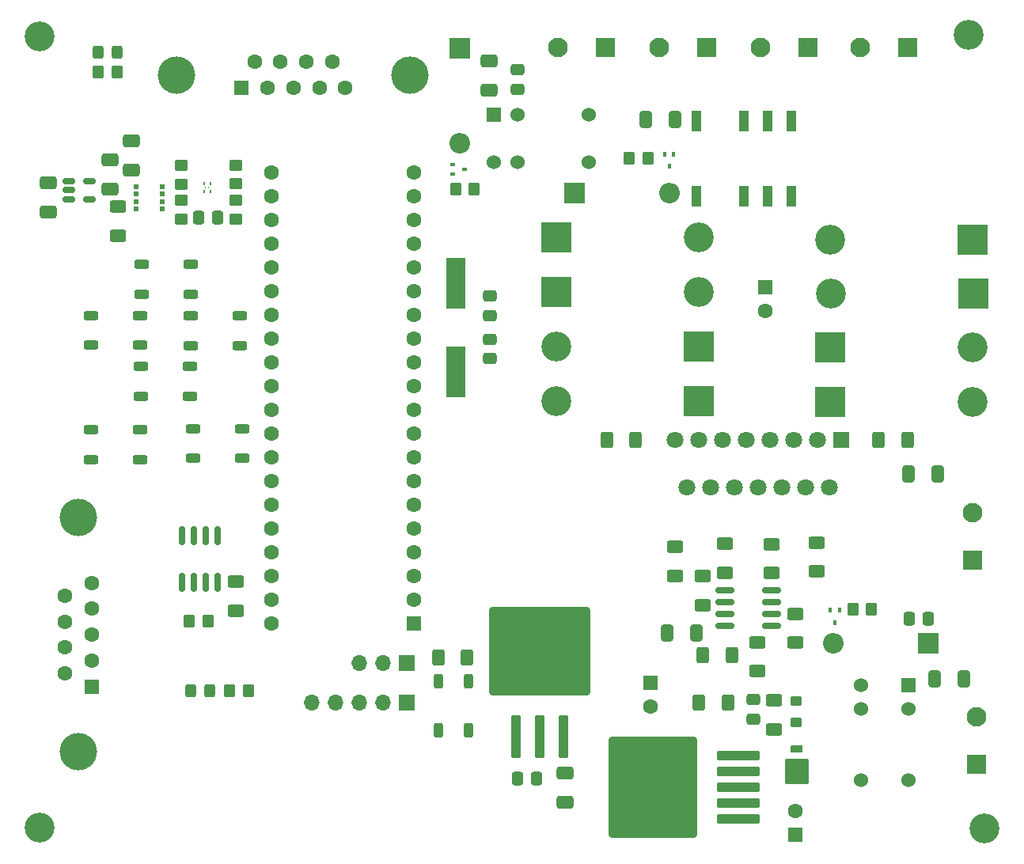
<source format=gbr>
%TF.GenerationSoftware,KiCad,Pcbnew,9.0.0*%
%TF.CreationDate,2025-04-23T13:11:14+02:00*%
%TF.ProjectId,DIMECRES_C_retrovisors,44494d45-4352-4455-935f-435f72657472,rev?*%
%TF.SameCoordinates,Original*%
%TF.FileFunction,Soldermask,Top*%
%TF.FilePolarity,Negative*%
%FSLAX46Y46*%
G04 Gerber Fmt 4.6, Leading zero omitted, Abs format (unit mm)*
G04 Created by KiCad (PCBNEW 9.0.0) date 2025-04-23 13:11:14*
%MOMM*%
%LPD*%
G01*
G04 APERTURE LIST*
G04 Aperture macros list*
%AMRoundRect*
0 Rectangle with rounded corners*
0 $1 Rounding radius*
0 $2 $3 $4 $5 $6 $7 $8 $9 X,Y pos of 4 corners*
0 Add a 4 corners polygon primitive as box body*
4,1,4,$2,$3,$4,$5,$6,$7,$8,$9,$2,$3,0*
0 Add four circle primitives for the rounded corners*
1,1,$1+$1,$2,$3*
1,1,$1+$1,$4,$5*
1,1,$1+$1,$6,$7*
1,1,$1+$1,$8,$9*
0 Add four rect primitives between the rounded corners*
20,1,$1+$1,$2,$3,$4,$5,0*
20,1,$1+$1,$4,$5,$6,$7,0*
20,1,$1+$1,$6,$7,$8,$9,0*
20,1,$1+$1,$8,$9,$2,$3,0*%
%AMOutline4P*
0 Free polygon, 4 corners , with rotation*
0 The origin of the aperture is its center*
0 number of corners: always 4*
0 $1 to $8 corner X, Y*
0 $9 Rotation angle, in degrees counterclockwise*
0 create outline with 4 corners*
4,1,4,$1,$2,$3,$4,$5,$6,$7,$8,$1,$2,$9*%
%AMFreePoly0*
4,1,18,-0.200000,0.100000,-0.198097,0.109567,-0.192678,0.117678,-0.184567,0.123097,-0.175000,0.125000,0.175000,0.125000,0.184567,0.123097,0.192678,0.117678,0.198097,0.109567,0.200000,0.100000,0.200000,-0.100000,0.198097,-0.109567,0.192678,-0.117678,0.184567,-0.123097,0.175000,-0.125000,-0.075000,-0.125000,-0.200000,0.000000,-0.200000,0.100000,-0.200000,0.100000,$1*%
%AMFreePoly1*
4,1,18,-0.200000,0.000000,-0.075000,0.125000,0.175000,0.125000,0.184567,0.123097,0.192678,0.117678,0.198097,0.109567,0.200000,0.100000,0.200000,-0.100000,0.198097,-0.109567,0.192678,-0.117678,0.184567,-0.123097,0.175000,-0.125000,-0.175000,-0.125000,-0.184567,-0.123097,-0.192678,-0.117678,-0.198097,-0.109567,-0.200000,-0.100000,-0.200000,0.000000,-0.200000,0.000000,$1*%
G04 Aperture macros list end*
%ADD10RoundRect,0.250000X0.337500X0.475000X-0.337500X0.475000X-0.337500X-0.475000X0.337500X-0.475000X0*%
%ADD11RoundRect,0.250000X0.475000X-0.337500X0.475000X0.337500X-0.475000X0.337500X-0.475000X-0.337500X0*%
%ADD12RoundRect,0.250000X0.525000X0.250000X-0.525000X0.250000X-0.525000X-0.250000X0.525000X-0.250000X0*%
%ADD13RoundRect,0.250000X0.400000X0.625000X-0.400000X0.625000X-0.400000X-0.625000X0.400000X-0.625000X0*%
%ADD14C,3.200000*%
%ADD15RoundRect,0.250000X0.350000X0.450000X-0.350000X0.450000X-0.350000X-0.450000X0.350000X-0.450000X0*%
%ADD16RoundRect,0.250000X-0.625000X0.400000X-0.625000X-0.400000X0.625000X-0.400000X0.625000X0.400000X0*%
%ADD17RoundRect,0.250000X0.625000X-0.400000X0.625000X0.400000X-0.625000X0.400000X-0.625000X-0.400000X0*%
%ADD18R,3.200000X3.200000*%
%ADD19O,3.200000X3.200000*%
%ADD20RoundRect,0.100000X0.100000X-0.155000X0.100000X0.155000X-0.100000X0.155000X-0.100000X-0.155000X0*%
%ADD21RoundRect,0.250000X-0.450000X0.350000X-0.450000X-0.350000X0.450000X-0.350000X0.450000X0.350000X0*%
%ADD22RoundRect,0.250000X-0.412500X-0.650000X0.412500X-0.650000X0.412500X0.650000X-0.412500X0.650000X0*%
%ADD23RoundRect,0.250000X-0.650000X0.412500X-0.650000X-0.412500X0.650000X-0.412500X0.650000X0.412500X0*%
%ADD24RoundRect,0.250000X-0.350000X-0.450000X0.350000X-0.450000X0.350000X0.450000X-0.350000X0.450000X0*%
%ADD25RoundRect,0.250000X-0.337500X-0.475000X0.337500X-0.475000X0.337500X0.475000X-0.337500X0.475000X0*%
%ADD26RoundRect,0.250000X0.650000X-0.412500X0.650000X0.412500X-0.650000X0.412500X-0.650000X-0.412500X0*%
%ADD27RoundRect,0.250000X0.412500X0.650000X-0.412500X0.650000X-0.412500X-0.650000X0.412500X-0.650000X0*%
%ADD28R,1.600000X1.600000*%
%ADD29C,1.600000*%
%ADD30RoundRect,0.250000X0.300000X-2.050000X0.300000X2.050000X-0.300000X2.050000X-0.300000X-2.050000X0*%
%ADD31RoundRect,0.250002X5.149998X-4.449998X5.149998X4.449998X-5.149998X4.449998X-5.149998X-4.449998X0*%
%ADD32R,2.200000X2.200000*%
%ADD33O,2.200000X2.200000*%
%ADD34RoundRect,0.250000X0.350000X-0.275000X0.350000X0.275000X-0.350000X0.275000X-0.350000X-0.275000X0*%
%ADD35R,1.700000X1.700000*%
%ADD36O,1.700000X1.700000*%
%ADD37RoundRect,0.250000X0.450000X-0.350000X0.450000X0.350000X-0.450000X0.350000X-0.450000X-0.350000X0*%
%ADD38RoundRect,0.150000X0.825000X0.150000X-0.825000X0.150000X-0.825000X-0.150000X0.825000X-0.150000X0*%
%ADD39RoundRect,0.127000X1.143000X-1.208000X1.143000X1.208000X-1.143000X1.208000X-1.143000X-1.208000X0*%
%ADD40RoundRect,0.076200X0.558800X-0.304800X0.558800X0.304800X-0.558800X0.304800X-0.558800X-0.304800X0*%
%ADD41RoundRect,0.250000X0.250000X-0.525000X0.250000X0.525000X-0.250000X0.525000X-0.250000X-0.525000X0*%
%ADD42RoundRect,0.150000X-0.512500X-0.150000X0.512500X-0.150000X0.512500X0.150000X-0.512500X0.150000X0*%
%ADD43RoundRect,0.250000X2.050000X0.300000X-2.050000X0.300000X-2.050000X-0.300000X2.050000X-0.300000X0*%
%ADD44RoundRect,0.250002X4.449998X5.149998X-4.449998X5.149998X-4.449998X-5.149998X4.449998X-5.149998X0*%
%ADD45RoundRect,0.150000X-0.150000X0.825000X-0.150000X-0.825000X0.150000X-0.825000X0.150000X0.825000X0*%
%ADD46RoundRect,0.250001X0.799999X-0.799999X0.799999X0.799999X-0.799999X0.799999X-0.799999X-0.799999X0*%
%ADD47C,2.100000*%
%ADD48C,4.000000*%
%ADD49RoundRect,0.250000X-0.400000X-0.625000X0.400000X-0.625000X0.400000X0.625000X-0.400000X0.625000X0*%
%ADD50R,0.550000X0.500000*%
%ADD51RoundRect,0.250000X0.550000X0.550000X-0.550000X0.550000X-0.550000X-0.550000X0.550000X-0.550000X0*%
%ADD52RoundRect,0.250001X0.799999X0.799999X-0.799999X0.799999X-0.799999X-0.799999X0.799999X-0.799999X0*%
%ADD53RoundRect,0.250000X-0.325000X-0.450000X0.325000X-0.450000X0.325000X0.450000X-0.325000X0.450000X0*%
%ADD54R,2.000000X5.500000*%
%ADD55R,1.524000X1.524000*%
%ADD56C,1.524000*%
%ADD57RoundRect,0.100000X0.155000X0.100000X-0.155000X0.100000X-0.155000X-0.100000X0.155000X-0.100000X0*%
%ADD58FreePoly0,270.000000*%
%ADD59Outline4P,-0.108250X0.000000X0.108250X-0.125000X0.108250X0.125000X-0.108250X0.000000X180.000000*%
%ADD60FreePoly1,90.000000*%
%ADD61FreePoly0,90.000000*%
%ADD62Outline4P,-0.125000X-0.108250X0.125000X-0.108250X0.000000X0.108250X0.000000X0.108250X90.000000*%
%ADD63FreePoly1,270.000000*%
%ADD64RoundRect,0.250000X-0.475000X0.337500X-0.475000X-0.337500X0.475000X-0.337500X0.475000X0.337500X0*%
%ADD65R,1.800000X1.800000*%
%ADD66C,1.800000*%
%ADD67R,1.000000X2.200000*%
G04 APERTURE END LIST*
D10*
%TO.C,C22*%
X185165000Y-114940000D03*
X183090000Y-114940000D03*
%TD*%
D11*
%TO.C,C21*%
X141180000Y-58295000D03*
X141180000Y-56220000D03*
%TD*%
%TO.C,C13*%
X138252600Y-82513000D03*
X138252600Y-80438000D03*
%TD*%
D12*
%TO.C,SW5*%
X106175000Y-91175000D03*
X100925000Y-91175000D03*
X106175000Y-87975000D03*
X100925000Y-87975000D03*
%TD*%
D13*
%TO.C,R5*%
X153839600Y-95794600D03*
X150739600Y-95794600D03*
%TD*%
D12*
%TO.C,SW7*%
X111500000Y-85725000D03*
X106250000Y-85725000D03*
X111500000Y-82525000D03*
X106250000Y-82525000D03*
%TD*%
D14*
%TO.C,REF\u002A\u002A*%
X90075000Y-137300000D03*
%TD*%
D13*
%TO.C,R9*%
X135780000Y-119070000D03*
X132680000Y-119070000D03*
%TD*%
D15*
%TO.C,R20*%
X112383600Y-122671600D03*
X110383600Y-122671600D03*
%TD*%
D16*
%TO.C,R16*%
X158028750Y-107246250D03*
X158028750Y-110346250D03*
%TD*%
D17*
%TO.C,R19*%
X163371250Y-110013750D03*
X163371250Y-106913750D03*
%TD*%
D14*
%TO.C,REF\u002A\u002A*%
X90025000Y-52600000D03*
%TD*%
D18*
%TO.C,D8*%
X189941200Y-80137000D03*
D19*
X174701200Y-80137000D03*
%TD*%
D20*
%TO.C,Q3*%
X175614000Y-114056000D03*
X174614000Y-114056000D03*
X175114000Y-115346000D03*
%TD*%
D21*
%TO.C,R25*%
X111024330Y-66409377D03*
X111024330Y-68409377D03*
%TD*%
D22*
%TO.C,C16*%
X185817500Y-121375000D03*
X188942500Y-121375000D03*
%TD*%
D18*
%TO.C,D7*%
X189856200Y-74382400D03*
D19*
X174616200Y-74382400D03*
%TD*%
D23*
%TO.C,C4*%
X146304000Y-131495000D03*
X146304000Y-134620000D03*
%TD*%
D24*
%TO.C,R23*%
X134550000Y-68975000D03*
X136550000Y-68975000D03*
%TD*%
D25*
%TO.C,C23*%
X107052500Y-72060000D03*
X109127500Y-72060000D03*
%TD*%
D26*
%TO.C,C15*%
X138150600Y-58382300D03*
X138150600Y-55257300D03*
%TD*%
D24*
%TO.C,R21*%
X96355000Y-56475000D03*
X98355000Y-56475000D03*
%TD*%
D27*
%TO.C,C11*%
X160324800Y-116484400D03*
X157199800Y-116484400D03*
%TD*%
D28*
%TO.C,C1*%
X170940000Y-138062380D03*
D29*
X170940000Y-135562380D03*
%TD*%
D30*
%TO.C,U10*%
X140976000Y-127578000D03*
X143516000Y-127578000D03*
D31*
X143516000Y-118428000D03*
D30*
X146056000Y-127578000D03*
%TD*%
D32*
%TO.C,D5*%
X134975600Y-53949600D03*
D33*
X134975600Y-64109600D03*
%TD*%
D18*
%TO.C,D10*%
X145338800Y-74168000D03*
D19*
X160578800Y-74168000D03*
%TD*%
D34*
%TO.C,L1*%
X171000000Y-126050000D03*
X171000000Y-123750000D03*
%TD*%
D35*
%TO.C,J3*%
X129320800Y-123967000D03*
D36*
X126780800Y-123967000D03*
X124240800Y-123967000D03*
X121700800Y-123967000D03*
X119160800Y-123967000D03*
%TD*%
D12*
%TO.C,SW6*%
X100800000Y-85700000D03*
X95550000Y-85700000D03*
X100800000Y-82500000D03*
X95550000Y-82500000D03*
%TD*%
D37*
%TO.C,R26*%
X111024330Y-72169377D03*
X111024330Y-70169377D03*
%TD*%
D12*
%TO.C,SW2*%
X111725000Y-97800000D03*
X106475000Y-97800000D03*
X111725000Y-94600000D03*
X106475000Y-94600000D03*
%TD*%
D27*
%TO.C,C17*%
X158000800Y-61491400D03*
X154875800Y-61491400D03*
%TD*%
D18*
%TO.C,D11*%
X174616200Y-85914000D03*
D19*
X189856200Y-85914000D03*
%TD*%
D17*
%TO.C,R13*%
X168396250Y-110063750D03*
X168396250Y-106963750D03*
%TD*%
D14*
%TO.C,REF\u002A\u002A*%
X191180000Y-137400000D03*
%TD*%
D38*
%TO.C,U6*%
X168346250Y-115693750D03*
X168346250Y-114423750D03*
X168346250Y-113153750D03*
X168346250Y-111883750D03*
X163396250Y-111883750D03*
X163396250Y-113153750D03*
X163396250Y-114423750D03*
X163396250Y-115693750D03*
%TD*%
D39*
%TO.C,D1*%
X171070000Y-131260000D03*
D40*
X171070000Y-128909000D03*
%TD*%
D41*
%TO.C,SW10*%
X132729700Y-126865200D03*
X132729700Y-121615200D03*
X135929700Y-126865200D03*
X135929700Y-121615200D03*
%TD*%
D42*
%TO.C,U2*%
X93142330Y-68157377D03*
X93142330Y-69107377D03*
X93142330Y-70057377D03*
X95417330Y-70057377D03*
X95417330Y-68157377D03*
%TD*%
D43*
%TO.C,U3*%
X164795000Y-136375000D03*
X164795000Y-134675000D03*
X164795000Y-132975000D03*
D44*
X155645000Y-132975000D03*
D43*
X164795000Y-131275000D03*
X164795000Y-129575000D03*
%TD*%
D32*
%TO.C,D3*%
X185150000Y-117600000D03*
D33*
X174990000Y-117600000D03*
%TD*%
D45*
%TO.C,U5*%
X109070000Y-106075000D03*
X107800000Y-106075000D03*
X106530000Y-106075000D03*
X105260000Y-106075000D03*
X105260000Y-111025000D03*
X106530000Y-111025000D03*
X107800000Y-111025000D03*
X109070000Y-111025000D03*
%TD*%
D32*
%TO.C,D6*%
X147248400Y-69379000D03*
D33*
X157408400Y-69379000D03*
%TD*%
D46*
%TO.C,J7*%
X190310000Y-130530000D03*
D47*
X190310000Y-125450000D03*
%TD*%
D48*
%TO.C,J5*%
X129710000Y-56760000D03*
X104710000Y-56760000D03*
D28*
X111670000Y-58180000D03*
D29*
X114440000Y-58180000D03*
X117210000Y-58180000D03*
X119980000Y-58180000D03*
X122750000Y-58180000D03*
X113055000Y-55340000D03*
X115825000Y-55340000D03*
X118595000Y-55340000D03*
X121365000Y-55340000D03*
%TD*%
D49*
%TO.C,R4*%
X179822600Y-95820000D03*
X182922600Y-95820000D03*
%TD*%
D21*
%TO.C,R11*%
X105194330Y-66439377D03*
X105194330Y-68439377D03*
%TD*%
D50*
%TO.C,U1*%
X103210000Y-71100000D03*
X103210000Y-70300000D03*
X103210000Y-69500000D03*
X103210000Y-68700000D03*
X100360000Y-68700000D03*
X100360000Y-69500000D03*
X100360000Y-70300000D03*
X100360000Y-71100000D03*
%TD*%
D17*
%TO.C,R12*%
X166803750Y-120571250D03*
X166803750Y-117471250D03*
%TD*%
D24*
%TO.C,R22*%
X177044000Y-113971000D03*
X179044000Y-113971000D03*
%TD*%
D27*
%TO.C,C8*%
X186157400Y-99466400D03*
X183032400Y-99466400D03*
%TD*%
D18*
%TO.C,D9*%
X145330000Y-79995800D03*
D19*
X160570000Y-79995800D03*
%TD*%
D15*
%TO.C,R24*%
X155158400Y-65676200D03*
X153158400Y-65676200D03*
%TD*%
D51*
%TO.C,U7*%
X130088800Y-115494800D03*
D29*
X130088800Y-112954800D03*
X130088800Y-110414800D03*
X130088800Y-107874800D03*
X130088800Y-105334800D03*
X130088800Y-102794800D03*
X130088800Y-100254800D03*
X130088800Y-97714800D03*
X130088800Y-95174800D03*
X130088800Y-92634800D03*
X130088800Y-90094800D03*
X130088800Y-87554800D03*
X130088800Y-85014800D03*
X130088800Y-82474800D03*
X130088800Y-79934800D03*
X130088800Y-77394800D03*
X130088800Y-74854800D03*
X130088800Y-72314800D03*
X130088800Y-69774800D03*
X130088800Y-67234800D03*
X114848800Y-67234800D03*
X114848800Y-69774800D03*
X114848800Y-72314800D03*
X114848800Y-74854800D03*
X114848800Y-77394800D03*
X114848800Y-79934800D03*
X114848800Y-82474800D03*
X114848800Y-85014800D03*
X114848800Y-87554800D03*
X114848800Y-90094800D03*
X114848800Y-92634800D03*
X114848800Y-95174800D03*
X114848800Y-97714800D03*
X114848800Y-100254800D03*
X114848800Y-102794800D03*
X114848800Y-105334800D03*
X114848800Y-107874800D03*
X114848800Y-110414800D03*
X114848800Y-112954800D03*
X114848800Y-115494800D03*
%TD*%
D10*
%TO.C,C5*%
X143256000Y-132080000D03*
X141181000Y-132080000D03*
%TD*%
D49*
%TO.C,R17*%
X161025000Y-118850000D03*
X164125000Y-118850000D03*
%TD*%
D52*
%TO.C,J9*%
X182925000Y-53825000D03*
D47*
X177845000Y-53825000D03*
%TD*%
D53*
%TO.C,D4*%
X96330000Y-54340000D03*
X98380000Y-54340000D03*
%TD*%
D52*
%TO.C,J8*%
X161425000Y-53850000D03*
D47*
X156345000Y-53850000D03*
%TD*%
D28*
%TO.C,C2*%
X155390000Y-121840000D03*
D29*
X155390000Y-124340000D03*
%TD*%
D15*
%TO.C,R6*%
X108050000Y-115230000D03*
X106050000Y-115230000D03*
%TD*%
D12*
%TO.C,SW3*%
X100825000Y-97900000D03*
X95575000Y-97900000D03*
X100825000Y-94700000D03*
X95575000Y-94700000D03*
%TD*%
D11*
%TO.C,C18*%
X166440000Y-125705000D03*
X166440000Y-123630000D03*
%TD*%
D18*
%TO.C,D14*%
X160578800Y-85837800D03*
D19*
X145338800Y-85837800D03*
%TD*%
D12*
%TO.C,SW4*%
X106225000Y-80250000D03*
X100975000Y-80250000D03*
X106225000Y-77050000D03*
X100975000Y-77050000D03*
%TD*%
D16*
%TO.C,R7*%
X111060000Y-111000000D03*
X111060000Y-114100000D03*
%TD*%
D49*
%TO.C,R1*%
X160600000Y-123950000D03*
X163700000Y-123950000D03*
%TD*%
D54*
%TO.C,Y1*%
X134569600Y-88533000D03*
X134569600Y-79033000D03*
%TD*%
D18*
%TO.C,D13*%
X160570000Y-91679800D03*
D19*
X145330000Y-91679800D03*
%TD*%
D48*
%TO.C,J2*%
X94190000Y-104160000D03*
X94190000Y-129160000D03*
D28*
X95610000Y-122200000D03*
D29*
X95610000Y-119430000D03*
X95610000Y-116660000D03*
X95610000Y-113890000D03*
X95610000Y-111120000D03*
X92770000Y-120815000D03*
X92770000Y-118045000D03*
X92770000Y-115275000D03*
X92770000Y-112505000D03*
%TD*%
D35*
%TO.C,JP1*%
X129320800Y-119667000D03*
D36*
X126780800Y-119667000D03*
X124240800Y-119667000D03*
%TD*%
D55*
%TO.C,SW9*%
X138665000Y-61000000D03*
D56*
X138665000Y-66080000D03*
X141205000Y-61000000D03*
X141205000Y-66080000D03*
X148825000Y-61000000D03*
X148825000Y-66080000D03*
%TD*%
D16*
%TO.C,R14*%
X173228750Y-106796250D03*
X173228750Y-109896250D03*
%TD*%
D57*
%TO.C,Q2*%
X134260000Y-66350000D03*
X134260000Y-67350000D03*
X135550000Y-66850000D03*
%TD*%
D14*
%TO.C,REF\u002A\u002A*%
X189425000Y-52500000D03*
%TD*%
D37*
%TO.C,R10*%
X105194330Y-72199377D03*
X105194330Y-70199377D03*
%TD*%
D18*
%TO.C,D12*%
X174650400Y-91719400D03*
D19*
X189890400Y-91719400D03*
%TD*%
D20*
%TO.C,Q1*%
X157908400Y-65234000D03*
X156908400Y-65234000D03*
X157408400Y-66524000D03*
%TD*%
D17*
%TO.C,R2*%
X168640000Y-126810000D03*
X168640000Y-123710000D03*
%TD*%
%TO.C,R3*%
X98467330Y-73982377D03*
X98467330Y-70882377D03*
%TD*%
D26*
%TO.C,C20*%
X99910000Y-66975000D03*
X99910000Y-63850000D03*
%TD*%
D58*
%TO.C,U8*%
X108296000Y-69227600D03*
D59*
X108206000Y-68827600D03*
D60*
X108296000Y-68427600D03*
D61*
X107696000Y-68427600D03*
D62*
X107786000Y-68827600D03*
D63*
X107696000Y-69227600D03*
%TD*%
D46*
%TO.C,J10*%
X189860000Y-108720000D03*
D47*
X189860000Y-103640000D03*
%TD*%
D23*
%TO.C,C3*%
X90967330Y-68319877D03*
X90967330Y-71444877D03*
%TD*%
D64*
%TO.C,C12*%
X138249600Y-85043000D03*
X138249600Y-87118000D03*
%TD*%
D28*
%TO.C,C6*%
X167690800Y-79516600D03*
D29*
X167690800Y-82016600D03*
%TD*%
D65*
%TO.C,U4*%
X175800000Y-95810000D03*
D66*
X174530000Y-100890000D03*
X173260000Y-95810000D03*
X171990000Y-100890000D03*
X170720000Y-95810000D03*
X169450000Y-100890000D03*
X168180000Y-95810000D03*
X166910000Y-100890000D03*
X165640000Y-95810000D03*
X164370000Y-100890000D03*
X163100000Y-95810000D03*
X161830000Y-100890000D03*
X160560000Y-95810000D03*
X159290000Y-100890000D03*
X158020000Y-95810000D03*
%TD*%
D26*
%TO.C,C19*%
X97550000Y-68962500D03*
X97550000Y-65837500D03*
%TD*%
D52*
%TO.C,J6*%
X150600000Y-53850000D03*
D47*
X145520000Y-53850000D03*
%TD*%
D52*
%TO.C,J4*%
X172225000Y-53825000D03*
D47*
X167145000Y-53825000D03*
%TD*%
D67*
%TO.C,SW1*%
X160327400Y-69720400D03*
X165407400Y-69720400D03*
X167947400Y-69720400D03*
X170487400Y-69720400D03*
X170487400Y-61720400D03*
X167947400Y-61720400D03*
X165407400Y-61720400D03*
X160327400Y-61720400D03*
%TD*%
D16*
%TO.C,R18*%
X160985200Y-110413200D03*
X160985200Y-113513200D03*
%TD*%
D53*
%TO.C,D2*%
X106183600Y-122671600D03*
X108233600Y-122671600D03*
%TD*%
D16*
%TO.C,R15*%
X170896250Y-114413750D03*
X170896250Y-117513750D03*
%TD*%
D55*
%TO.C,SW8*%
X183014700Y-122091400D03*
D56*
X177934700Y-122091400D03*
X183014700Y-124631400D03*
X177934700Y-124631400D03*
X183014700Y-132251400D03*
X177934700Y-132251400D03*
%TD*%
M02*

</source>
